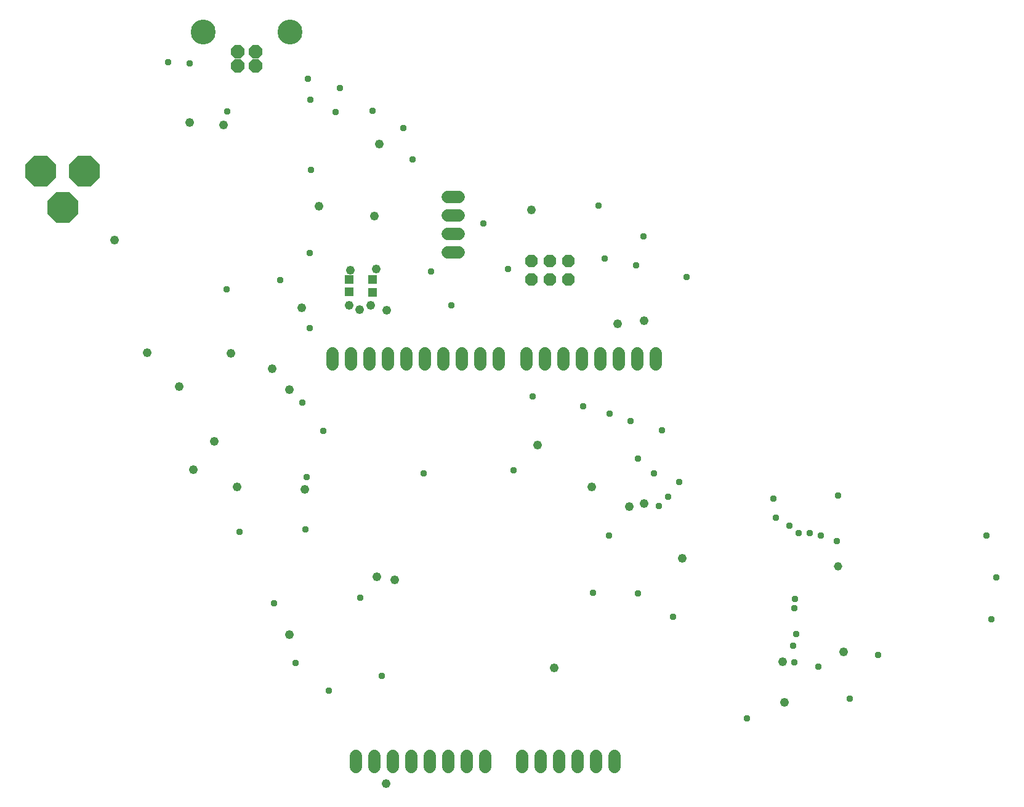
<source format=gbr>
G04 EAGLE Gerber RS-274X export*
G75*
%MOMM*%
%FSLAX34Y34*%
%LPD*%
%INSoldermask Bottom*%
%IPPOS*%
%AMOC8*
5,1,8,0,0,1.08239X$1,22.5*%
G01*
%ADD10P,1.897646X8X22.500000*%
%ADD11P,4.549502X8X202.500000*%
%ADD12P,4.549502X8X112.500000*%
%ADD13C,2.153200*%
%ADD14P,2.034460X8X202.500000*%
%ADD15C,3.419200*%
%ADD16C,1.727200*%
%ADD17R,1.303200X1.203200*%
%ADD18C,1.219200*%
%ADD19C,0.959600*%
%ADD20C,1.168400*%


D10*
X2546603Y1235351D03*
X2546603Y1260751D03*
X2572003Y1235351D03*
X2572003Y1260751D03*
X2597403Y1235351D03*
X2597403Y1260751D03*
D11*
X1902089Y1333972D03*
D12*
X1932061Y1384010D03*
X1872117Y1384010D03*
D13*
X1909709Y1333972D03*
X1894469Y1333972D03*
X1872117Y1376390D03*
X1872117Y1391630D03*
X1932061Y1376390D03*
X1932061Y1391630D03*
D14*
X2142500Y1528800D03*
X2167500Y1528800D03*
X2167500Y1548800D03*
X2142500Y1548800D03*
D15*
X2215000Y1575900D03*
X2095000Y1575900D03*
D16*
X2305400Y580020D02*
X2305400Y564780D01*
X2330800Y564780D02*
X2330800Y580020D01*
X2356200Y580020D02*
X2356200Y564780D01*
X2381600Y564780D02*
X2381600Y580020D01*
X2407000Y580020D02*
X2407000Y564780D01*
X2432400Y564780D02*
X2432400Y580020D01*
X2457800Y580020D02*
X2457800Y564780D01*
X2483200Y564780D02*
X2483200Y580020D01*
X2534000Y580020D02*
X2534000Y564780D01*
X2559400Y564780D02*
X2559400Y580020D01*
X2584800Y580020D02*
X2584800Y564780D01*
X2610200Y564780D02*
X2610200Y580020D01*
X2635600Y580020D02*
X2635600Y564780D01*
X2661000Y564780D02*
X2661000Y580020D01*
X2717740Y1118031D02*
X2717740Y1133271D01*
X2692340Y1133271D02*
X2692340Y1118031D01*
X2666940Y1118031D02*
X2666940Y1133271D01*
X2641540Y1133271D02*
X2641540Y1118031D01*
X2616140Y1118031D02*
X2616140Y1133271D01*
X2590740Y1133271D02*
X2590740Y1118031D01*
X2565340Y1118031D02*
X2565340Y1133271D01*
X2539940Y1133271D02*
X2539940Y1118031D01*
X2501840Y1118031D02*
X2501840Y1133271D01*
X2476440Y1133271D02*
X2476440Y1118031D01*
X2451040Y1118031D02*
X2451040Y1133271D01*
X2425640Y1133271D02*
X2425640Y1118031D01*
X2400240Y1118031D02*
X2400240Y1133271D01*
X2374840Y1133271D02*
X2374840Y1118031D01*
X2349440Y1118031D02*
X2349440Y1133271D01*
X2324040Y1133271D02*
X2324040Y1118031D01*
X2298640Y1118031D02*
X2298640Y1133271D01*
X2273240Y1133271D02*
X2273240Y1118031D01*
X2431098Y1272392D02*
X2446338Y1272392D01*
X2446338Y1297792D02*
X2431098Y1297792D01*
X2431098Y1323192D02*
X2446338Y1323192D01*
X2446338Y1348592D02*
X2431098Y1348592D01*
D17*
X2295906Y1235066D03*
X2295906Y1218066D03*
X2328291Y1234812D03*
X2328291Y1217812D03*
D18*
X1973453Y1289431D03*
X2123059Y1447800D03*
X2230882Y1196594D03*
X2337054Y1421511D03*
X2346325Y542163D03*
X2133092Y1133602D03*
X2018284Y1134364D03*
X2081911Y973963D03*
X2546223Y1330833D03*
X2892298Y709422D03*
X2894838Y653415D03*
X2975483Y722757D03*
X2753741Y851789D03*
X2577465Y700659D03*
D19*
X2243455Y1385951D03*
X2383282Y1400302D03*
X2480310Y1312291D03*
X2692781Y988822D03*
X2653030Y883158D03*
X2715387Y968375D03*
X2241550Y1271397D03*
X2201164Y1234313D03*
X2127631Y1221867D03*
X2231771Y1065657D03*
X2398395Y968502D03*
X2522220Y972947D03*
X2631567Y804291D03*
X2692654Y803529D03*
X2741041Y771398D03*
X3022854Y718693D03*
X2940812Y702310D03*
X2966339Y875665D03*
X2968498Y938149D03*
X3172206Y882777D03*
X3185795Y825246D03*
X3179318Y767588D03*
X2984373Y659003D03*
X2842641Y631825D03*
X2340864Y689737D03*
X2268093Y669290D03*
X2192528Y790194D03*
X2145030Y887984D03*
X2235454Y891159D03*
X2237740Y963168D03*
X2259965Y1026541D03*
X2277364Y1465834D03*
X2242185Y1482725D03*
X2076450Y1532636D03*
X2047367Y1533779D03*
X2128393Y1466596D03*
X2239264Y1511046D03*
X2283079Y1498600D03*
X2327910Y1467358D03*
X2370582Y1443355D03*
X2638933Y1336421D03*
X2700528Y1294257D03*
X2759964Y1238631D03*
X2646934Y1264412D03*
X2690368Y1254633D03*
X2513965Y1249680D03*
X2408555Y1246505D03*
X2241550Y1168146D03*
X2311146Y797433D03*
X2222246Y707771D03*
D20*
X2968244Y840613D03*
D18*
X2254250Y1335786D03*
X2681351Y922528D03*
X2110105Y1012444D03*
X2701417Y927100D03*
X2189861Y1112139D03*
X2213356Y746506D03*
X2213356Y1083945D03*
D19*
X2436622Y1199515D03*
X2879598Y933577D03*
D18*
X2062353Y1088263D03*
X2076831Y1450721D03*
X2358771Y822325D03*
X2334387Y826262D03*
D19*
X2910205Y747141D03*
X2749296Y957072D03*
X2906522Y731774D03*
X2734183Y936498D03*
D18*
X2310638Y1193927D03*
X2701417Y1178433D03*
X2295906Y1199515D03*
D19*
X2721610Y924052D03*
X2908046Y708660D03*
D18*
X2664714Y1174496D03*
X2347595Y1192530D03*
X2325185Y1199769D03*
D19*
X2908300Y782701D03*
X2726309Y1027430D03*
X2909062Y795528D03*
X2682875Y1040638D03*
X2944749Y883158D03*
X2653919Y1050544D03*
X2929382Y886079D03*
X2617724Y1060958D03*
D18*
X2235200Y946912D03*
X2629281Y949833D03*
D19*
X2914015Y886587D03*
X2548382Y1074194D03*
D18*
X2141728Y949833D03*
X2554986Y1007872D03*
D19*
X2901315Y896747D03*
X2882392Y907669D03*
D18*
X2297303Y1248280D03*
X2332736Y1249299D03*
X2330747Y1322344D03*
M02*

</source>
